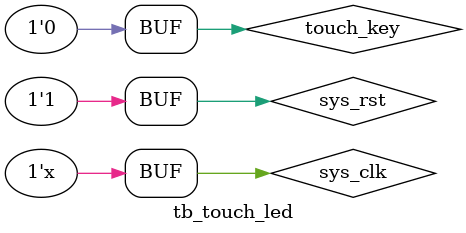
<source format=v>
`timescale 1ns/1ns
module tb_touch_led();
reg [0:0] sys_clk;
reg [0:0] sys_rst;
reg [0:0] touch_key;
wire [0:0] led;

parameter CLK_PERIOD = 20;

initial begin
    sys_clk <= 1'b0;
    sys_rst <= 1'b0;
    touch_key <= 1'b0;
    #200
    sys_rst <= 1'b1;
    #200
    touch_key <= 1'b1;
    #200 
    touch_key <= 1'b0;
    #1000
    touch_key <= 1'b1;
    #200
    touch_key <= 1'b0;
end

always #(CLK_PERIOD / 2) sys_clk <= ~sys_clk;

touch_led u_touch_led(
    .sys_clk (sys_clk),
    .sys_rst (sys_rst),
    .touch_key (touch_key),
    .led (led)
);
endmodule
</source>
